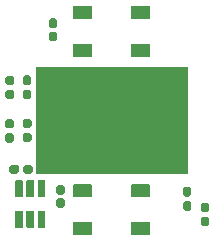
<source format=gts>
G04 #@! TF.GenerationSoftware,KiCad,Pcbnew,5.1.10-88a1d61d58~90~ubuntu20.04.1*
G04 #@! TF.CreationDate,2021-09-13T06:15:53-04:00*
G04 #@! TF.ProjectId,SpaceCenter_TouchBoard_KiCAD,53706163-6543-4656-9e74-65725f546f75,rev?*
G04 #@! TF.SameCoordinates,Original*
G04 #@! TF.FileFunction,Soldermask,Top*
G04 #@! TF.FilePolarity,Negative*
%FSLAX46Y46*%
G04 Gerber Fmt 4.6, Leading zero omitted, Abs format (unit mm)*
G04 Created by KiCad (PCBNEW 5.1.10-88a1d61d58~90~ubuntu20.04.1) date 2021-09-13 06:15:53*
%MOMM*%
%LPD*%
G01*
G04 APERTURE LIST*
G04 APERTURE END LIST*
G36*
G01*
X129605999Y-105664200D02*
X129047199Y-105664200D01*
G75*
G02*
X128996199Y-105613200I0J51000D01*
G01*
X128996199Y-104292400D01*
G75*
G02*
X129047199Y-104241400I51000J0D01*
G01*
X129605999Y-104241400D01*
G75*
G02*
X129656999Y-104292400I0J-51000D01*
G01*
X129656999Y-105613200D01*
G75*
G02*
X129605999Y-105664200I-51000J0D01*
G01*
G37*
G36*
G01*
X130556000Y-105664200D02*
X129997200Y-105664200D01*
G75*
G02*
X129946200Y-105613200I0J51000D01*
G01*
X129946200Y-104292400D01*
G75*
G02*
X129997200Y-104241400I51000J0D01*
G01*
X130556000Y-104241400D01*
G75*
G02*
X130607000Y-104292400I0J-51000D01*
G01*
X130607000Y-105613200D01*
G75*
G02*
X130556000Y-105664200I-51000J0D01*
G01*
G37*
G36*
G01*
X131506001Y-105664200D02*
X130947201Y-105664200D01*
G75*
G02*
X130896201Y-105613200I0J51000D01*
G01*
X130896201Y-104292400D01*
G75*
G02*
X130947201Y-104241400I51000J0D01*
G01*
X131506001Y-104241400D01*
G75*
G02*
X131557001Y-104292400I0J-51000D01*
G01*
X131557001Y-105613200D01*
G75*
G02*
X131506001Y-105664200I-51000J0D01*
G01*
G37*
G36*
G01*
X131506001Y-103073400D02*
X130947201Y-103073400D01*
G75*
G02*
X130896201Y-103022400I0J51000D01*
G01*
X130896201Y-101701600D01*
G75*
G02*
X130947201Y-101650600I51000J0D01*
G01*
X131506001Y-101650600D01*
G75*
G02*
X131557001Y-101701600I0J-51000D01*
G01*
X131557001Y-103022400D01*
G75*
G02*
X131506001Y-103073400I-51000J0D01*
G01*
G37*
G36*
G01*
X130556000Y-103073400D02*
X129997200Y-103073400D01*
G75*
G02*
X129946200Y-103022400I0J51000D01*
G01*
X129946200Y-101701600D01*
G75*
G02*
X129997200Y-101650600I51000J0D01*
G01*
X130556000Y-101650600D01*
G75*
G02*
X130607000Y-101701600I0J-51000D01*
G01*
X130607000Y-103022400D01*
G75*
G02*
X130556000Y-103073400I-51000J0D01*
G01*
G37*
G36*
G01*
X129605999Y-103073400D02*
X129047199Y-103073400D01*
G75*
G02*
X128996199Y-103022400I0J51000D01*
G01*
X128996199Y-101701600D01*
G75*
G02*
X129047199Y-101650600I51000J0D01*
G01*
X129605999Y-101650600D01*
G75*
G02*
X129656999Y-101701600I0J-51000D01*
G01*
X129656999Y-103022400D01*
G75*
G02*
X129605999Y-103073400I-51000J0D01*
G01*
G37*
G36*
G01*
X130809800Y-101083500D02*
X130809800Y-92083500D01*
G75*
G02*
X130860800Y-92032500I51000J0D01*
G01*
X143560800Y-92032500D01*
G75*
G02*
X143611800Y-92083500I0J-51000D01*
G01*
X143611800Y-101083500D01*
G75*
G02*
X143560800Y-101134500I-51000J0D01*
G01*
X130860800Y-101134500D01*
G75*
G02*
X130809800Y-101083500I0J51000D01*
G01*
G37*
G36*
G01*
X138809000Y-91127000D02*
X138809000Y-90127000D01*
G75*
G02*
X138860000Y-90076000I51000J0D01*
G01*
X140360000Y-90076000D01*
G75*
G02*
X140411000Y-90127000I0J-51000D01*
G01*
X140411000Y-91127000D01*
G75*
G02*
X140360000Y-91178000I-51000J0D01*
G01*
X138860000Y-91178000D01*
G75*
G02*
X138809000Y-91127000I0J51000D01*
G01*
G37*
G36*
G01*
X138809000Y-87927000D02*
X138809000Y-86927000D01*
G75*
G02*
X138860000Y-86876000I51000J0D01*
G01*
X140360000Y-86876000D01*
G75*
G02*
X140411000Y-86927000I0J-51000D01*
G01*
X140411000Y-87927000D01*
G75*
G02*
X140360000Y-87978000I-51000J0D01*
G01*
X138860000Y-87978000D01*
G75*
G02*
X138809000Y-87927000I0J51000D01*
G01*
G37*
G36*
G01*
X133909000Y-91127000D02*
X133909000Y-90127000D01*
G75*
G02*
X133960000Y-90076000I51000J0D01*
G01*
X135460000Y-90076000D01*
G75*
G02*
X135511000Y-90127000I0J-51000D01*
G01*
X135511000Y-91127000D01*
G75*
G02*
X135460000Y-91178000I-51000J0D01*
G01*
X133960000Y-91178000D01*
G75*
G02*
X133909000Y-91127000I0J51000D01*
G01*
G37*
G36*
G01*
X133909000Y-87927000D02*
X133909000Y-86927000D01*
G75*
G02*
X133960000Y-86876000I51000J0D01*
G01*
X135460000Y-86876000D01*
G75*
G02*
X135511000Y-86927000I0J-51000D01*
G01*
X135511000Y-87927000D01*
G75*
G02*
X135460000Y-87978000I-51000J0D01*
G01*
X133960000Y-87978000D01*
G75*
G02*
X133909000Y-87927000I0J51000D01*
G01*
G37*
G36*
G01*
X133909000Y-103040000D02*
X133909000Y-102040000D01*
G75*
G02*
X133960000Y-101989000I51000J0D01*
G01*
X135460000Y-101989000D01*
G75*
G02*
X135511000Y-102040000I0J-51000D01*
G01*
X135511000Y-103040000D01*
G75*
G02*
X135460000Y-103091000I-51000J0D01*
G01*
X133960000Y-103091000D01*
G75*
G02*
X133909000Y-103040000I0J51000D01*
G01*
G37*
G36*
G01*
X133909000Y-106240000D02*
X133909000Y-105240000D01*
G75*
G02*
X133960000Y-105189000I51000J0D01*
G01*
X135460000Y-105189000D01*
G75*
G02*
X135511000Y-105240000I0J-51000D01*
G01*
X135511000Y-106240000D01*
G75*
G02*
X135460000Y-106291000I-51000J0D01*
G01*
X133960000Y-106291000D01*
G75*
G02*
X133909000Y-106240000I0J51000D01*
G01*
G37*
G36*
G01*
X138809000Y-103040000D02*
X138809000Y-102040000D01*
G75*
G02*
X138860000Y-101989000I51000J0D01*
G01*
X140360000Y-101989000D01*
G75*
G02*
X140411000Y-102040000I0J-51000D01*
G01*
X140411000Y-103040000D01*
G75*
G02*
X140360000Y-103091000I-51000J0D01*
G01*
X138860000Y-103091000D01*
G75*
G02*
X138809000Y-103040000I0J51000D01*
G01*
G37*
G36*
G01*
X138809000Y-106240000D02*
X138809000Y-105240000D01*
G75*
G02*
X138860000Y-105189000I51000J0D01*
G01*
X140360000Y-105189000D01*
G75*
G02*
X140411000Y-105240000I0J-51000D01*
G01*
X140411000Y-106240000D01*
G75*
G02*
X140360000Y-106291000I-51000J0D01*
G01*
X138860000Y-106291000D01*
G75*
G02*
X138809000Y-106240000I0J51000D01*
G01*
G37*
G36*
G01*
X132026500Y-87914000D02*
X132387500Y-87914000D01*
G75*
G02*
X132568000Y-88094500I0J-180500D01*
G01*
X132568000Y-88570500D01*
G75*
G02*
X132387500Y-88751000I-180500J0D01*
G01*
X132026500Y-88751000D01*
G75*
G02*
X131846000Y-88570500I0J180500D01*
G01*
X131846000Y-88094500D01*
G75*
G02*
X132026500Y-87914000I180500J0D01*
G01*
G37*
G36*
G01*
X132026500Y-89049000D02*
X132387500Y-89049000D01*
G75*
G02*
X132568000Y-89229500I0J-180500D01*
G01*
X132568000Y-89705500D01*
G75*
G02*
X132387500Y-89886000I-180500J0D01*
G01*
X132026500Y-89886000D01*
G75*
G02*
X131846000Y-89705500I0J180500D01*
G01*
X131846000Y-89229500D01*
G75*
G02*
X132026500Y-89049000I180500J0D01*
G01*
G37*
G36*
G01*
X132661500Y-103171400D02*
X133022500Y-103171400D01*
G75*
G02*
X133203000Y-103351900I0J-180500D01*
G01*
X133203000Y-103827900D01*
G75*
G02*
X133022500Y-104008400I-180500J0D01*
G01*
X132661500Y-104008400D01*
G75*
G02*
X132481000Y-103827900I0J180500D01*
G01*
X132481000Y-103351900D01*
G75*
G02*
X132661500Y-103171400I180500J0D01*
G01*
G37*
G36*
G01*
X132661500Y-102036400D02*
X133022500Y-102036400D01*
G75*
G02*
X133203000Y-102216900I0J-180500D01*
G01*
X133203000Y-102692900D01*
G75*
G02*
X133022500Y-102873400I-180500J0D01*
G01*
X132661500Y-102873400D01*
G75*
G02*
X132481000Y-102692900I0J180500D01*
G01*
X132481000Y-102216900D01*
G75*
G02*
X132661500Y-102036400I180500J0D01*
G01*
G37*
G36*
G01*
X130491900Y-100530500D02*
X130491900Y-100891500D01*
G75*
G02*
X130311400Y-101072000I-180500J0D01*
G01*
X129835400Y-101072000D01*
G75*
G02*
X129654900Y-100891500I0J180500D01*
G01*
X129654900Y-100530500D01*
G75*
G02*
X129835400Y-100350000I180500J0D01*
G01*
X130311400Y-100350000D01*
G75*
G02*
X130491900Y-100530500I0J-180500D01*
G01*
G37*
G36*
G01*
X129356900Y-100530500D02*
X129356900Y-100891500D01*
G75*
G02*
X129176400Y-101072000I-180500J0D01*
G01*
X128700400Y-101072000D01*
G75*
G02*
X128519900Y-100891500I0J180500D01*
G01*
X128519900Y-100530500D01*
G75*
G02*
X128700400Y-100350000I180500J0D01*
G01*
X129176400Y-100350000D01*
G75*
G02*
X129356900Y-100530500I0J-180500D01*
G01*
G37*
G36*
G01*
X130208100Y-97233300D02*
X129837100Y-97233300D01*
G75*
G02*
X129651600Y-97047800I0J185500D01*
G01*
X129651600Y-96601800D01*
G75*
G02*
X129837100Y-96416300I185500J0D01*
G01*
X130208100Y-96416300D01*
G75*
G02*
X130393600Y-96601800I0J-185500D01*
G01*
X130393600Y-97047800D01*
G75*
G02*
X130208100Y-97233300I-185500J0D01*
G01*
G37*
G36*
G01*
X130208100Y-98428300D02*
X129837100Y-98428300D01*
G75*
G02*
X129651600Y-98242800I0J185500D01*
G01*
X129651600Y-97796800D01*
G75*
G02*
X129837100Y-97611300I185500J0D01*
G01*
X130208100Y-97611300D01*
G75*
G02*
X130393600Y-97796800I0J-185500D01*
G01*
X130393600Y-98242800D01*
G75*
G02*
X130208100Y-98428300I-185500J0D01*
G01*
G37*
G36*
G01*
X128338500Y-96428400D02*
X128709500Y-96428400D01*
G75*
G02*
X128895000Y-96613900I0J-185500D01*
G01*
X128895000Y-97059900D01*
G75*
G02*
X128709500Y-97245400I-185500J0D01*
G01*
X128338500Y-97245400D01*
G75*
G02*
X128153000Y-97059900I0J185500D01*
G01*
X128153000Y-96613900D01*
G75*
G02*
X128338500Y-96428400I185500J0D01*
G01*
G37*
G36*
G01*
X128338500Y-97623400D02*
X128709500Y-97623400D01*
G75*
G02*
X128895000Y-97808900I0J-185500D01*
G01*
X128895000Y-98254900D01*
G75*
G02*
X128709500Y-98440400I-185500J0D01*
G01*
X128338500Y-98440400D01*
G75*
G02*
X128153000Y-98254900I0J185500D01*
G01*
X128153000Y-97808900D01*
G75*
G02*
X128338500Y-97623400I185500J0D01*
G01*
G37*
G36*
G01*
X129811700Y-92758700D02*
X130182700Y-92758700D01*
G75*
G02*
X130368200Y-92944200I0J-185500D01*
G01*
X130368200Y-93390200D01*
G75*
G02*
X130182700Y-93575700I-185500J0D01*
G01*
X129811700Y-93575700D01*
G75*
G02*
X129626200Y-93390200I0J185500D01*
G01*
X129626200Y-92944200D01*
G75*
G02*
X129811700Y-92758700I185500J0D01*
G01*
G37*
G36*
G01*
X129811700Y-93953700D02*
X130182700Y-93953700D01*
G75*
G02*
X130368200Y-94139200I0J-185500D01*
G01*
X130368200Y-94585200D01*
G75*
G02*
X130182700Y-94770700I-185500J0D01*
G01*
X129811700Y-94770700D01*
G75*
G02*
X129626200Y-94585200I0J185500D01*
G01*
X129626200Y-94139200D01*
G75*
G02*
X129811700Y-93953700I185500J0D01*
G01*
G37*
G36*
G01*
X128734900Y-93587800D02*
X128363900Y-93587800D01*
G75*
G02*
X128178400Y-93402300I0J185500D01*
G01*
X128178400Y-92956300D01*
G75*
G02*
X128363900Y-92770800I185500J0D01*
G01*
X128734900Y-92770800D01*
G75*
G02*
X128920400Y-92956300I0J-185500D01*
G01*
X128920400Y-93402300D01*
G75*
G02*
X128734900Y-93587800I-185500J0D01*
G01*
G37*
G36*
G01*
X128734900Y-94782800D02*
X128363900Y-94782800D01*
G75*
G02*
X128178400Y-94597300I0J185500D01*
G01*
X128178400Y-94151300D01*
G75*
G02*
X128363900Y-93965800I185500J0D01*
G01*
X128734900Y-93965800D01*
G75*
G02*
X128920400Y-94151300I0J-185500D01*
G01*
X128920400Y-94597300D01*
G75*
G02*
X128734900Y-94782800I-185500J0D01*
G01*
G37*
G36*
G01*
X143746300Y-103023300D02*
X143375300Y-103023300D01*
G75*
G02*
X143189800Y-102837800I0J185500D01*
G01*
X143189800Y-102391800D01*
G75*
G02*
X143375300Y-102206300I185500J0D01*
G01*
X143746300Y-102206300D01*
G75*
G02*
X143931800Y-102391800I0J-185500D01*
G01*
X143931800Y-102837800D01*
G75*
G02*
X143746300Y-103023300I-185500J0D01*
G01*
G37*
G36*
G01*
X143746300Y-104218300D02*
X143375300Y-104218300D01*
G75*
G02*
X143189800Y-104032800I0J185500D01*
G01*
X143189800Y-103586800D01*
G75*
G02*
X143375300Y-103401300I185500J0D01*
G01*
X143746300Y-103401300D01*
G75*
G02*
X143931800Y-103586800I0J-185500D01*
G01*
X143931800Y-104032800D01*
G75*
G02*
X143746300Y-104218300I-185500J0D01*
G01*
G37*
G36*
G01*
X145270300Y-105539100D02*
X144899300Y-105539100D01*
G75*
G02*
X144713800Y-105353600I0J185500D01*
G01*
X144713800Y-104907600D01*
G75*
G02*
X144899300Y-104722100I185500J0D01*
G01*
X145270300Y-104722100D01*
G75*
G02*
X145455800Y-104907600I0J-185500D01*
G01*
X145455800Y-105353600D01*
G75*
G02*
X145270300Y-105539100I-185500J0D01*
G01*
G37*
G36*
G01*
X145270300Y-104344100D02*
X144899300Y-104344100D01*
G75*
G02*
X144713800Y-104158600I0J185500D01*
G01*
X144713800Y-103712600D01*
G75*
G02*
X144899300Y-103527100I185500J0D01*
G01*
X145270300Y-103527100D01*
G75*
G02*
X145455800Y-103712600I0J-185500D01*
G01*
X145455800Y-104158600D01*
G75*
G02*
X145270300Y-104344100I-185500J0D01*
G01*
G37*
M02*

</source>
